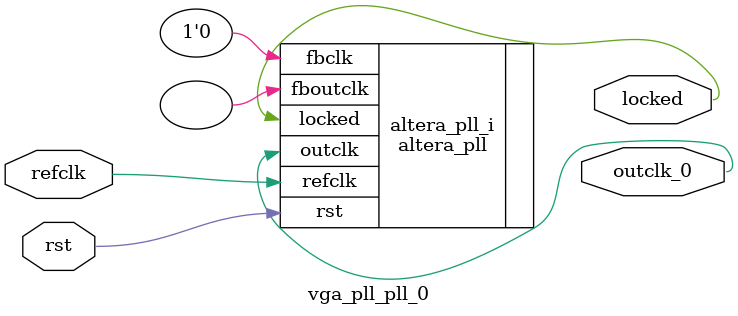
<source format=v>
`timescale 1ns/10ps
module  vga_pll_pll_0(

	// interface 'refclk'
	input wire refclk,

	// interface 'reset'
	input wire rst,

	// interface 'outclk0'
	output wire outclk_0,

	// interface 'locked'
	output wire locked
);

	altera_pll #(
		.fractional_vco_multiplier("false"),
		.reference_clock_frequency("50.0 MHz"),
		.operation_mode("direct"),
		.number_of_clocks(1),
		.output_clock_frequency0("108.000000 MHz"),
		.phase_shift0("0 ps"),
		.duty_cycle0(50),
		.output_clock_frequency1("0 MHz"),
		.phase_shift1("0 ps"),
		.duty_cycle1(50),
		.output_clock_frequency2("0 MHz"),
		.phase_shift2("0 ps"),
		.duty_cycle2(50),
		.output_clock_frequency3("0 MHz"),
		.phase_shift3("0 ps"),
		.duty_cycle3(50),
		.output_clock_frequency4("0 MHz"),
		.phase_shift4("0 ps"),
		.duty_cycle4(50),
		.output_clock_frequency5("0 MHz"),
		.phase_shift5("0 ps"),
		.duty_cycle5(50),
		.output_clock_frequency6("0 MHz"),
		.phase_shift6("0 ps"),
		.duty_cycle6(50),
		.output_clock_frequency7("0 MHz"),
		.phase_shift7("0 ps"),
		.duty_cycle7(50),
		.output_clock_frequency8("0 MHz"),
		.phase_shift8("0 ps"),
		.duty_cycle8(50),
		.output_clock_frequency9("0 MHz"),
		.phase_shift9("0 ps"),
		.duty_cycle9(50),
		.output_clock_frequency10("0 MHz"),
		.phase_shift10("0 ps"),
		.duty_cycle10(50),
		.output_clock_frequency11("0 MHz"),
		.phase_shift11("0 ps"),
		.duty_cycle11(50),
		.output_clock_frequency12("0 MHz"),
		.phase_shift12("0 ps"),
		.duty_cycle12(50),
		.output_clock_frequency13("0 MHz"),
		.phase_shift13("0 ps"),
		.duty_cycle13(50),
		.output_clock_frequency14("0 MHz"),
		.phase_shift14("0 ps"),
		.duty_cycle14(50),
		.output_clock_frequency15("0 MHz"),
		.phase_shift15("0 ps"),
		.duty_cycle15(50),
		.output_clock_frequency16("0 MHz"),
		.phase_shift16("0 ps"),
		.duty_cycle16(50),
		.output_clock_frequency17("0 MHz"),
		.phase_shift17("0 ps"),
		.duty_cycle17(50),
		.pll_type("General"),
		.pll_subtype("General")
	) altera_pll_i (
		.rst	(rst),
		.outclk	({outclk_0}),
		.locked	(locked),
		.fboutclk	( ),
		.fbclk	(1'b0),
		.refclk	(refclk)
	);
endmodule


</source>
